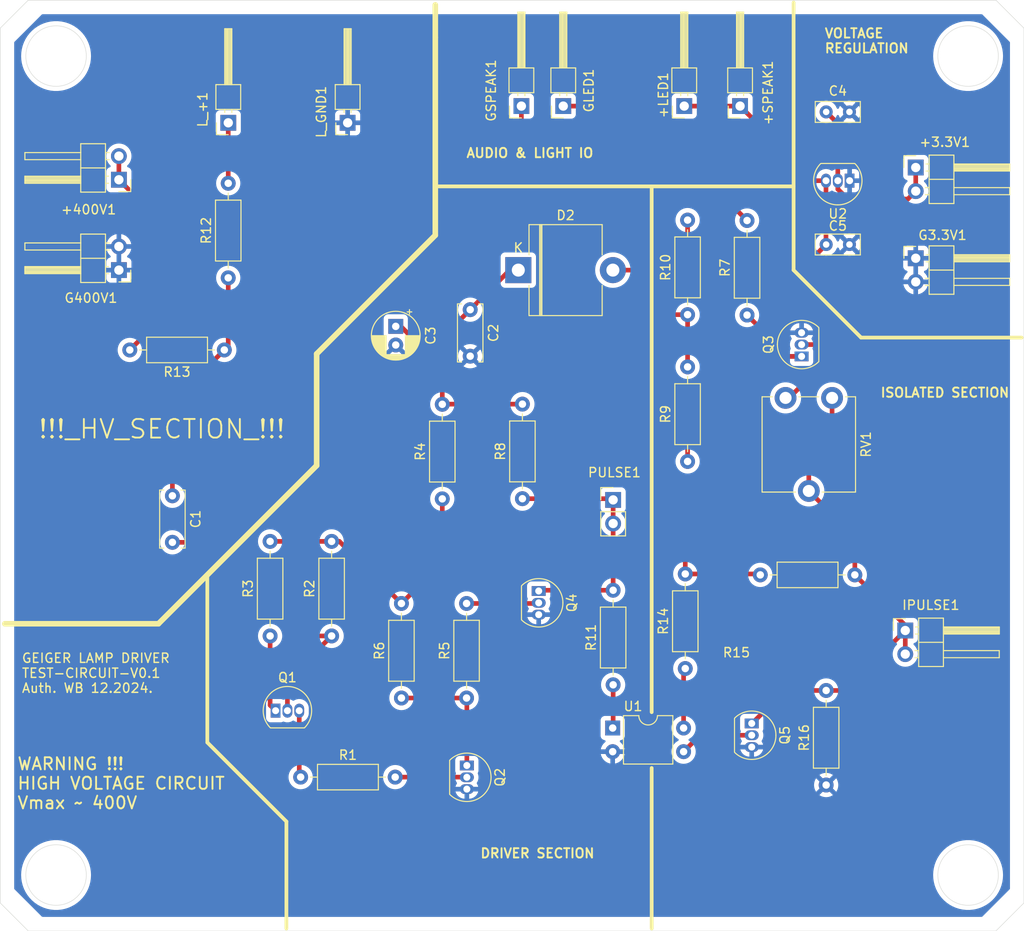
<source format=kicad_pcb>
(kicad_pcb (version 20240108) (generator "pcbnew") (generator_version "8.0")
  (layers (0 "F.Cu" signal) (31 "B.Cu" signal) (34 "B.Paste" user) (35 "F.Paste" user) (36 "B.SilkS" user "B.Silkscreen") (37 "F.SilkS" user "F.Silkscreen") (38 "B.Mask" user) (39 "F.Mask" user) (44 "Edge.Cuts" user))
  (net 0 "")
  (net 1 "+3.3V")
  (net 2 "+400V")
  (net 3 "Net-(C1-Pad1)")
  (net 4 "L_SIGNAL")
  (net 5 "GND")
  (net 6 "Net-(D2-K)")
  (net 7 "Net-(L_+1-Pin_1)")
  (net 8 "Net-(GSPEAK1-Pin_1)")
  (net 9 "Net-(Q1-C)")
  (net 10 "Net-(Q1-E)")
  (net 11 "Net-(Q2-C)")
  (net 12 "Net-(Q2-B)")
  (net 13 "Net-(Q3-C)")
  (net 14 "Net-(Q3-B)")
  (net 15 "Net-(Q4-B)")
  (net 16 "Net-(Q5-B)")
  (net 17 "Net-(R2-Pad2)")
  (net 18 "Net-(R11-Pad1)")
  (net 19 "Net-(R14-Pad1)")
  (net 20 "PULSE_ISO")
  (net 21 "PULSE")
  (net 22 "Net-(+3.3V1-Pin_1)")
  (net 23 "Net-(GLED1-Pin_1)")
  (footprint "Connector_PinHeader_2.54mm:PinHeader_1x01_P2.54mm_Horizontal" (layer "F.Cu") (at 190.08 30.67 90)
    (property "Reference" "L_GND1" (at 1.17 -2.83 -90) (layer "F.SilkS"))
    (property "Value" "Conn_01x01_Pin")
    (pad "1" thru_hole rect (at 0 0 90) (size 1.7 1.7) (drill 1) (layers "*.Cu" "*.Mask") (net 5 "GND"))
  )
  (footprint "Resistor_THT:R_Axial_DIN0207_L6.3mm_D2.5mm_P10.16mm_Horizontal" (layer "F.Cu") (at 195.86 92.48 90)
    (property "Reference" "R6" (at 5.08 -2.37 -90) (layer "F.SilkS"))
    (property "Value" "3,3k")
    (pad "1" thru_hole circle (at 0 0 90) (size 1.6 1.6) (drill 0.8) (layers "*.Cu" "*.Mask") (net 11 "Net-(Q2-C)"))
    (pad "2" thru_hole oval (at 10.16 0 90) (size 1.6 1.6) (drill 0.8) (layers "*.Cu" "*.Mask") (net 17 "Net-(R2-Pad2)"))
  )
  (footprint "Package_TO_SOT_THT:TO-92_Inline" (layer "F.Cu") (at 233.5 95.21 -90)
    (property "Reference" "Q5" (at 1.27 -3.56 90) (layer "F.SilkS"))
    (property "Value" "BC337")
    (pad "1" thru_hole rect (at 0 0 270) (size 1.05 1.5) (drill 0.75) (layers "*.Cu" "*.Mask") (net 20 "PULSE_ISO"))
    (pad "2" thru_hole oval (at 1.27 0 270) (size 1.05 1.5) (drill 0.75) (layers "*.Cu" "*.Mask") (net 16 "Net-(Q5-B)"))
    (pad "3" thru_hole oval (at 2.54 0 270) (size 1.05 1.5) (drill 0.75) (layers "*.Cu" "*.Mask") (net 5 "GND"))
  )
  (footprint "Resistor_THT:R_Axial_DIN0207_L6.3mm_D2.5mm_P10.16mm_Horizontal" (layer "F.Cu") (at 177.25 47.33 90)
    (property "Reference" "R12" (at 5.08 -2.37 -90) (layer "F.SilkS"))
    (property "Value" "1M")
    (pad "1" thru_hole circle (at 0 0 90) (size 1.6 1.6) (drill 0.8) (layers "*.Cu" "*.Mask") (net 3 "Net-(C1-Pad1)"))
    (pad "2" thru_hole oval (at 10.16 0 90) (size 1.6 1.6) (drill 0.8) (layers "*.Cu" "*.Mask") (net 7 "Net-(L_+1-Pin_1)"))
  )
  (footprint "Diode_THT:D_5KP_P10.16mm_Horizontal" (layer "F.Cu") (at 208.42 46.5)
    (property "Reference" "D2" (at 5.08 -5.885 0) (layer "F.SilkS"))
    (property "Value" "D_Schottky")
    (fp_text user "K" (at 0 -2.4 0) (layer "F.SilkS"))
    (pad "1" thru_hole rect (at 0 0) (size 2.8 2.8) (drill 1.4) (layers "*.Cu" "*.Mask") (net 6 "Net-(D2-K)"))
    (pad "2" thru_hole oval (at 10.16 0) (size 2.8 2.8) (drill 1.4) (layers "*.Cu" "*.Mask") (net 1 "+3.3V"))
  )
  (footprint "Resistor_THT:R_Axial_DIN0207_L6.3mm_D2.5mm_P10.16mm_Horizontal" (layer "F.Cu") (at 185.03 100.98)
    (property "Reference" "R1" (at 5.08 -2.37 0) (layer "F.SilkS"))
    (property "Value" "3,3k")
    (pad "1" thru_hole circle (at 0 0) (size 1.6 1.6) (drill 0.8) (layers "*.Cu" "*.Mask") (net 10 "Net-(Q1-E)"))
    (pad "2" thru_hole oval (at 10.16 0) (size 1.6 1.6) (drill 0.8) (layers "*.Cu" "*.Mask") (net 12 "Net-(Q2-B)"))
  )
  (footprint "Resistor_THT:R_Axial_DIN0207_L6.3mm_D2.5mm_P10.16mm_Horizontal" (layer "F.Cu") (at 208.86 71.06 90)
    (property "Reference" "R8" (at 5.08 -2.37 -90) (layer "F.SilkS"))
    (property "Value" "6,8k")
    (pad "1" thru_hole circle (at 0 0 90) (size 1.6 1.6) (drill 0.8) (layers "*.Cu" "*.Mask") (net 21 "PULSE"))
    (pad "2" thru_hole oval (at 10.16 0 90) (size 1.6 1.6) (drill 0.8) (layers "*.Cu" "*.Mask") (net 6 "Net-(D2-K)"))
  )
  (footprint "Capacitor_THT:C_Disc_D6.0mm_W2.5mm_P5.00mm" (layer "F.Cu") (at 203.25 50.75 -90)
    (property "Reference" "C2" (at 2.5 -2.5 90) (layer "F.SilkS"))
    (property "Value" "100n")
    (pad "1" thru_hole circle (at 0 0 270) (size 1.6 1.6) (drill 0.8) (layers "*.Cu" "*.Mask") (net 6 "Net-(D2-K)"))
    (pad "2" thru_hole circle (at 5 0 270) (size 1.6 1.6) (drill 0.8) (layers "*.Cu" "*.Mask") (net 5 "GND"))
  )
  (footprint "Connector_PinHeader_2.54mm:PinHeader_1x01_P2.54mm_Horizontal" (layer "F.Cu") (at 177.255 30.67 90)
    (property "Reference" "L_+1" (at 1.42 -2.755 -90) (layer "F.SilkS"))
    (property "Value" "Conn_01x01_Pin")
    (pad "1" thru_hole rect (at 0 0 90) (size 1.7 1.7) (drill 1) (layers "*.Cu" "*.Mask") (net 7 "Net-(L_+1-Pin_1)"))
  )
  (footprint "Capacitor_THT:C_Rect_L4.6mm_W2.0mm_P2.50mm_MKS02_FKP02" (layer "F.Cu") (at 241.5 43.75)
    (property "Reference" "C5" (at 1.25 -2 0) (layer "F.SilkS"))
    (property "Value" "1u")
    (pad "1" thru_hole circle (at 0 0) (size 1.4 1.4) (drill 0.7) (layers "*.Cu" "*.Mask") (net 1 "+3.3V"))
    (pad "2" thru_hole circle (at 2.5 0) (size 1.4 1.4) (drill 0.7) (layers "*.Cu" "*.Mask") (net 5 "GND"))
  )
  (footprint "Resistor_THT:R_Axial_DIN0207_L6.3mm_D2.5mm_P10.16mm_Horizontal" (layer "F.Cu") (at 244.58 79.25 180)
    (property "Reference" "R15" (at 12.72 -8.35 180) (layer "F.SilkS"))
    (property "Value" "100R")
    (pad "1" thru_hole circle (at 0 0 180) (size 1.6 1.6) (drill 0.8) (layers "*.Cu" "*.Mask") (net 20 "PULSE_ISO"))
    (pad "2" thru_hole oval (at 10.16 0 180) (size 1.6 1.6) (drill 0.8) (layers "*.Cu" "*.Mask") (net 1 "+3.3V"))
  )
  (footprint "Connector_PinHeader_2.54mm:PinHeader_1x01_P2.54mm_Horizontal" (layer "F.Cu") (at 213.25 28.875 90)
    (property "Reference" "GLED1" (at 1.67 2.75 -90) (layer "F.SilkS"))
    (property "Value" "Conn_01x01_Pin")
    (pad "1" thru_hole rect (at 0 0 90) (size 1.7 1.7) (drill 1) (layers "*.Cu" "*.Mask") (net 23 "Net-(GLED1-Pin_1)"))
  )
  (footprint "Resistor_THT:R_Axial_DIN0207_L6.3mm_D2.5mm_P10.16mm_Horizontal" (layer "F.Cu") (at 181.75 85.81 90)
    (property "Reference" "R3" (at 5.08 -2.37 -90) (layer "F.SilkS"))
    (property "Value" "3,3k")
    (pad "1" thru_hole circle (at 0 0 90) (size 1.6 1.6) (drill 0.8) (layers "*.Cu" "*.Mask") (net 9 "Net-(Q1-C)"))
    (pad "2" thru_hole oval (at 10.16 0 90) (size 1.6 1.6) (drill 0.8) (layers "*.Cu" "*.Mask") (net 17 "Net-(R2-Pad2)"))
  )
  (footprint "Resistor_THT:R_Axial_DIN0207_L6.3mm_D2.5mm_P10.16mm_Horizontal" (layer "F.Cu") (at 176.83 55.08 180)
    (property "Reference" "R13" (at 5.08 -2.37 180) (layer "F.SilkS"))
    (property "Value" "10M")
    (pad "1" thru_hole circle (at 0 0 180) (size 1.6 1.6) (drill 0.8) (layers "*.Cu" "*.Mask") (net 3 "Net-(C1-Pad1)"))
    (pad "2" thru_hole oval (at 10.16 0 180) (size 1.6 1.6) (drill 0.8) (layers "*.Cu" "*.Mask") (net 2 "+400V"))
  )
  (footprint "Connector_PinHeader_2.54mm:PinHeader_1x02_P2.54mm_Horizontal" (layer "F.Cu") (at 251.125 35.475)
    (property "Reference" "+3.3V1" (at 3.125 -2.725 0) (layer "F.SilkS"))
    (property "Value" "Conn_01x02_Pin")
    (pad "1" thru_hole rect (at 0 0) (size 1.7 1.7) (drill 1) (layers "*.Cu" "*.Mask") (net 22 "Net-(+3.3V1-Pin_1)"))
    (pad "2" thru_hole oval (at 0 2.54) (size 1.7 1.7) (drill 1) (layers "*.Cu" "*.Mask") (net 22 "Net-(+3.3V1-Pin_1)"))
  )
  (footprint "Connector_PinHeader_2.54mm:PinHeader_1x02_P2.54mm_Horizontal" (layer "F.Cu") (at 165.5 36.79 180)
    (property "Reference" "+400V1" (at 3.25 -3.21 180) (layer "F.SilkS"))
    (property "Value" "Conn_01x02_Pin")
    (pad "1" thru_hole rect (at 0 0 180) (size 1.7 1.7) (drill 1) (layers "*.Cu" "*.Mask") (net 2 "+400V"))
    (pad "2" thru_hole oval (at 0 2.54 180) (size 1.7 1.7) (drill 1) (layers "*.Cu" "*.Mask") (net 2 "+400V"))
  )
  (footprint "Connector_PinHeader_2.54mm:PinHeader_1x02_P2.54mm_Horizontal" (layer "F.Cu") (at 165.5 46.5 180)
    (property "Reference" "G400V1" (at 3 -3 180) (layer "F.SilkS"))
    (property "Value" "Conn_01x02_Pin")
    (pad "1" thru_hole rect (at 0 0 180) (size 1.7 1.7) (drill 1) (layers "*.Cu" "*.Mask") (net 5 "GND"))
    (pad "2" thru_hole oval (at 0 2.54 180) (size 1.7 1.7) (drill 1) (layers "*.Cu" "*.Mask") (net 5 "GND"))
  )
  (footprint "Connector_PinHeader_2.54mm:PinHeader_1x02_P2.54mm_Vertical" (layer "F.Cu") (at 218.61 71.19)
    (property "Reference" "PULSE1" (at 0.14 -2.94 0) (layer "F.SilkS"))
    (property "Value" "Conn_01x02_Pin")
    (pad "1" thru_hole rect (at 0 0) (size 1.7 1.7) (drill 1) (layers "*.Cu" "*.Mask") (net 21 "PULSE"))
    (pad "2" thru_hole oval (at 0 2.54) (size 1.7 1.7) (drill 1) (layers "*.Cu" "*.Mask") (net 21 "PULSE"))
  )
  (footprint "Resistor_THT:R_Axial_DIN0207_L6.3mm_D2.5mm_P10.16mm_Horizontal" (layer "F.Cu") (at 188.36 85.81 90)
    (property "Reference" "R2" (at 5.08 -2.37 -90) (layer "F.SilkS"))
    (property "Value" "22k")
    (pad "1" thru_hole circle (at 0 0 90) (size 1.6 1.6) (drill 0.8) (layers "*.Cu" "*.Mask") (net 4 "L_SIGNAL"))
    (pad "2" thru_hole oval (at 10.16 0 90) (size 1.6 1.6) (drill 0.8) (layers "*.Cu" "*.Mask") (net 17 "Net-(R2-Pad2)"))
  )
  (footprint "Connector_PinHeader_2.54mm:PinHeader_1x01_P2.54mm_Horizontal" (layer "F.Cu") (at 232.25 28.875 90)
    (property "Reference" "+SPEAK1" (at 1.42 3 -90) (layer "F.SilkS"))
    (property "Value" "Conn_01x01_Pin")
    (pad "1" thru_hole rect (at 0 0 90) (size 1.7 1.7) (drill 1) (layers "*.Cu" "*.Mask") (net 1 "+3.3V"))
  )
  (footprint "Connector_PinHeader_2.54mm:PinHeader_1x01_P2.54mm_Horizontal" (layer "F.Cu") (at 208.75 28.875 90)
    (property "Reference" "GSPEAK1" (at 1.67 -3.25 -90) (layer "F.SilkS"))
    (property "Value" "Conn_01x01_Pin")
    (pad "1" thru_hole rect (at 0 0 90) (size 1.7 1.7) (drill 1) (layers "*.Cu" "*.Mask") (net 8 "Net-(GSPEAK1-Pin_1)"))
  )
  (footprint "Package_TO_SOT_THT:TO-92_Inline" (layer "F.Cu") (at 210.61 80.98 -90)
    (property "Reference" "Q4" (at 1.27 -3.56 90) (layer "F.SilkS"))
    (property "Value" "BC337")
    (pad "1" thru_hole rect (at 0 0 270) (size 1.05 1.5) (drill 0.75) (layers "*.Cu" "*.Mask") (net 21 "PULSE"))
    (pad "2" thru_hole oval (at 1.27 0 270) (size 1.05 1.5) (drill 0.75) (layers "*.Cu" "*.Mask") (net 15 "Net-(Q4-B)"))
    (pad "3" thru_hole oval (at 2.54 0 270) (size 1.05 1.5) (drill 0.75) (layers "*.Cu" "*.Mask") (net 5 "GND"))
  )
  (footprint "Resistor_THT:R_Axial_DIN0207_L6.3mm_D2.5mm_P10.16mm_Horizontal" (layer "F.Cu") (at 233 51.33 90)
    (property "Reference" "R7" (at 5.08 -2.37 -90) (layer "F.SilkS"))
    (property "Value" "1k_test")
    (pad "1" thru_hole circle (at 0 0 90) (size 1.6 1.6) (drill 0.8) (layers "*.Cu" "*.Mask") (net 13 "Net-(Q3-C)"))
    (pad "2" thru_hole oval (at 10.16 0 90) (size 1.6 1.6) (drill 0.8) (layers "*.Cu" "*.Mask") (net 23 "Net-(GLED1-Pin_1)"))
  )
  (footprint "Capacitor_THT:C_Rect_L4.6mm_W2.0mm_P2.50mm_MKS02_FKP02" (layer "F.Cu") (at 241.5 29.5)
    (property "Reference" "C4" (at 1.25 -2.25 0) (layer "F.SilkS"))
    (property "Value" "1u")
    (pad "1" thru_hole circle (at 0 0) (size 1.4 1.4) (drill 0.7) (layers "*.Cu" "*.Mask") (net 22 "Net-(+3.3V1-Pin_1)"))
    (pad "2" thru_hole circle (at 2.5 0) (size 1.4 1.4) (drill 0.7) (layers "*.Cu" "*.Mask") (net 5 "GND"))
  )
  (footprint "Resistor_THT:R_Axial_DIN0207_L6.3mm_D2.5mm_P10.16mm_Horizontal" (layer "F.Cu") (at 226.61 51.285 90)
    (property "Reference" "R10" (at 5.08 -2.37 -90) (layer "F.SilkS"))
    (property "Value" "100R")
    (pad "1" thru_hole circle (at 0 0 90) (size 1.6 1.6) (drill 0.8) (layers "*.Cu" "*.Mask") (net 8 "Net-(GSPEAK1-Pin_1)"))
    (pad "2" thru_hole oval (at 10.16 0 90) (size 1.6 1.6) (drill 0.8) (layers "*.Cu" "*.Mask") (net 1 "+3.3V"))
  )
  (footprint "Package_TO_SOT_THT:TO-92_Inline" (layer "F.Cu") (at 238.86 55.77 90)
    (property "Reference" "Q3" (at 1.27 -3.56 -90) (layer "F.SilkS"))
    (property "Value" "BC337")
    (pad "1" thru_hole rect (at 0 0 90) (size 1.05 1.5) (drill 0.75) (layers "*.Cu" "*.Mask") (net 13 "Net-(Q3-C)"))
    (pad "2" thru_hole oval (at 1.27 0 90) (size 1.05 1.5) (drill 0.75) (layers "*.Cu" "*.Mask") (net 14 "Net-(Q3-B)"))
    (pad "3" thru_hole oval (at 2.54 0 90) (size 1.05 1.5) (drill 0.75) (layers "*.Cu" "*.Mask") (net 5 "GND"))
  )
  (footprint "Package_TO_SOT_THT:TO-92_Inline" (layer "F.Cu") (at 244.02 36.89 180)
    (property "Reference" "U2" (at 1.27 -3.56 180) (layer "F.SilkS"))
    (property "Value" "MCP1700x-120xxTO")
    (pad "1" thru_hole rect (at 0 0 180) (size 1.05 1.5) (drill 0.75) (layers "*.Cu" "*.Mask") (net 5 "GND"))
    (pad "2" thru_hole oval (at 1.27 0 180) (size 1.05 1.5) (drill 0.75) (layers "*.Cu" "*.Mask") (net 22 "Net-(+3.3V1-Pin_1)"))
    (pad "3" thru_hole oval (at 2.54 0 180) (size 1.05 1.5) (drill 0.75) (layers "*.Cu" "*.Mask") (net 1 "+3.3V"))
  )
  (footprint "Connector_PinHeader_2.54mm:PinHeader_1x01_P2.54mm_Horizontal" (layer "F.Cu") (at 226.25 28.875 90)
    (property "Reference" "+LED1" (at 1.17 -2.25 -90) (layer "F.SilkS"))
    (property "Value" "Conn_01x01_Pin")
    (pad "1" thru_hole rect (at 0 0 90) (size 1.7 1.7) (drill 1) (layers "*.Cu" "*.Mask") (net 1 "+3.3V"))
  )
  (footprint "Connector_PinHeader_2.54mm:PinHeader_1x02_P2.54mm_Horizontal" (layer "F.Cu") (at 250 85.225)
    (property "Reference" "IPULSE1" (at 2.75 -2.725 0) (layer "F.SilkS"))
    (property "Value" "Conn_01x02_Pin")
    (pad "1" thru_hole rect (at 0 0) (size 1.7 1.7) (drill 1) (layers "*.Cu" "*.Mask") (net 20 "PULSE_ISO"))
    (pad "2" thru_hole oval (at 0 2.54) (size 1.7 1.7) (drill 1) (layers "*.Cu" "*.Mask") (net 20 "PULSE_ISO"))
  )
  (footprint "Connector_PinHeader_2.54mm:PinHeader_1x02_P2.54mm_Horizontal" (layer "F.Cu") (at 251.125 45.225)
    (property "Reference" "G3.3V1" (at 2.875 -2.475 0) (layer "F.SilkS"))
    (property "Value" "Conn_01x02_Pin")
    (pad "1" thru_hole rect (at 0 0) (size 1.7 1.7) (drill 1) (layers "*.Cu" "*.Mask") (net 5 "GND"))
    (pad "2" thru_hole oval (at 0 2.54) (size 1.7 1.7) (drill 1) (layers "*.Cu" "*.Mask") (net 5 "GND"))
  )
  (footprint "Package_TO_SOT_THT:TO-92_Inline" (layer "F.Cu") (at 182.34 93.84)
    (property "Reference" "Q1" (at 1.27 -3.56 0) (layer "F.SilkS"))
    (property "Value" "BC337")
    (pad "1" thru_hole rect (at 0 0) (size 1.05 1.5) (drill 0.75) (layers "*.Cu" "*.Mask") (net 9 "Net-(Q1-C)"))
    (pad "2" thru_hole oval (at 1.27 0) (size 1.05 1.5) (drill 0.75) (layers "*.Cu" "*.Mask") (net 4 "L_SIGNAL"))
    (pad "3" thru_hole oval (at 2.54 0) (size 1.05 1.5) (drill 0.75) (layers "*.Cu" "*.Mask") (net 10 "Net-(Q1-E)"))
  )
  (footprint "Potentiometer_THT:Potentiometer_ACP_CA9-V10_Vertical" (layer "F.Cu") (at 237.135 60.23 -90)
    (property "Reference" "RV1" (at 5 -8.65 90) (layer "F.SilkS"))
    (property "Value" "5k")
    (pad "1" thru_hole circle (at 0 0 270) (size 2.34 2.34) (drill 1.3) (layers "*.Cu" "*.Mask") (net 14 "Net-(Q3-B)"))
    (pad "2" thru_hole circle (at 10 -2.5 270) (size 2.34 2.34) (drill 1.3) (layers "*.Cu" "*.Mask") (net 20 "PULSE_ISO"))
    (pad "3" thru_hole circle (at 0 -5 270) (size 2.34 2.34) (drill 1.3) (layers "*.Cu" "*.Mask") (net 20 "PULSE_ISO"))
  )
  (footprint "Resistor_THT:R_Axial_DIN0207_L6.3mm_D2.5mm_P10.16mm_Horizontal" (layer "F.Cu") (at 218.61 91.06 90)
    (property "Reference" "R11" (at 5.08 -2.37 -90) (layer "F.SilkS"))
    (property "Value" "1k_TEST")
    (pad "1" thru_hole circle (at 0 0 90) (size 1.6 1.6) (drill 0.8) (layers "*.Cu" "*.Mask") (net 18 "Net-(R11-Pad1)"))
    (pad "2" thru_hole oval (at 10.16 0 90) (size 1.6 1.6) (drill 0.8) (layers "*.Cu" "*.Mask") (net 21 "PULSE"))
  )
  (footprint "Resistor_THT:R_Axial_DIN0207_L6.3mm_D2.5mm_P10.16mm_Horizontal" (layer "F.Cu") (at 241.5 101.83 90)
    (property "Reference" "R16" (at 5.08 -2.37 -90) (layer "F.SilkS"))
    (property "Value" "1k")
    (pad "1" thru_hole circle (at 0 0 90) (size 1.6 1.6) (drill 0.8) (layers "*.Cu" "*.Mask") (net 5 "GND"))
    (pad "2" thru_hole oval (at 10.16 0 90) (size 1.6 1.6) (drill 0.8) (layers "*.Cu" "*.Mask") (net 20 "PULSE_ISO"))
  )
  (footprint "Capacitor_THT:C_Disc_D6.0mm_W2.5mm_P5.00mm" (layer "F.Cu") (at 171.25 70.75 -90)
    (property "Reference" "C1" (at 2.5 -2.5 90) (layer "F.SilkS"))
    (property "Value" "200p")
    (pad "1" thru_hole circle (at 0 0 270) (size 1.6 1.6) (drill 0.8) (layers "*.Cu" "*.Mask") (net 3 "Net-(C1-Pad1)"))
    (pad "2" thru_hole circle (at 5 0 270) (size 1.6 1.6) (drill 0.8) (layers "*.Cu" "*.Mask") (net 4 "L_SIGNAL"))
  )
  (footprint "Package_TO_SOT_THT:TO-92_Inline" (layer "F.Cu") (at 202.89 99.73 -90)
    (property "Reference" "Q2" (at 1.27 -3.56 90) (layer "F.SilkS"))
    (property "Value" "BC337")
    (pad "1" thru_hole rect (at 0 0 270) (size 1.05 1.5) (drill 0.75) (layers "*.Cu" "*.Mask") (net 11 "Net-(Q2-C)"))
    (pad "2" thru_hole oval (at 1.27 0 270) (size 1.05 1.5) (drill 0.75) (layers "*.Cu" "*.Mask") (net 12 "Net-(Q2-B)"))
    (pad "3" thru_hole oval (at 2.54 0 270) (size 1.05 1.5) (drill 0.75) (layers "*.Cu" "*.Mask") (net 5 "GND"))
  )
  (footprint "Capacitor_THT:CP_Radial_D5.0mm_P2.00mm" (layer "F.Cu") (at 195.25 52.544888 -90)
    (property "Reference" "C3" (at 1 -3.75 90) (layer "F.SilkS"))
    (property "Value" "100u")
    (pad "1" thru_hole rect (at 0 0 270) (size 1.6 1.6) (drill 0.8) (layers "*.Cu" "*.Mask") (net 6 "Net-(D2-K)"))
    (pad "2" thru_hole circle (at 2 0 270) (size 1.6 1.6) (drill 0.8) (layers "*.Cu" "*.Mask") (net 5 "GND"))
  )
  (footprint "Resistor_THT:R_Axial_DIN0207_L6.3mm_D2.5mm_P10.16mm_Horizontal" (layer "F.Cu") (at 226.61 67.06 90)
    (property "Reference" "R9" (at 5.08 -2.37 -90) (layer "F.SilkS"))
    (property "Value" "100R")
    (pad "1" thru_hole circle (at 0 0 90) (size 1.6 1.6) (drill 0.8) (layers "*.Cu" "*.Mask") (net 13 "Net-(Q3-C)"))
    (pad "2" thru_hole oval (at 10.16 0 90) (size 1.6 1.6) (drill 0.8) (layers "*.Cu" "*.Mask") (net 8 "Net-(GSPEAK1-Pin_1)"))
  )
  (footprint "Resistor_THT:R_Axial_DIN0207_L6.3mm_D2.5mm_P10.16mm_Horizontal" (layer "F.Cu") (at 200.25 71.08 90)
    (property "Reference" "R4" (at 5.08 -2.37 -90) (layer "F.SilkS"))
    (property "Value" "4,7k")
    (pad "1" thru_hole circle (at 0 0 90) (size 1.6 1.6) (drill 0.8) (layers "*.Cu" "*.Mask") (net 17 "Net-(R2-Pad2)"))
    (pad "2" thru_hole oval (at 10.16 0 90) (size 1.6 1.6) (drill 0.8) (layers "*.Cu" "*.Mask") (net 6 "Net-(D2-K)"))
  )
  (footprint "Package_DIP:DIP-4_W7.62mm" (layer "F.Cu") (at 218.56 95.705)
    (property "Reference" "U1" (at 2.19 -2.33 0) (layer "F.SilkS"))
    (property "Value" "LTV-817")
    (pad "1" thru_hole rect (at 0 0) (size 1.6 1.6) (drill 0.8) (layers "*.Cu" "*.Mask") (net 18 "Net-(R11-Pad1)"))
    (pad "2" thru_hole oval (at 0 2.54) (size 1.6 1.6) (drill 0.8) (layers "*.Cu" "*.Mask") (net 5 "GND"))
    (pad "3" thru_hole oval (at 7.62 2.54) (size 1.6 1.6) (drill 0.8) (layers "*.Cu" "*.Mask") (net 16 "Net-(Q5-B)"))
    (pad "4" thru_hole oval (at 7.62 0) (size 1.6 1.6) (drill 0.8) (layers "*.Cu" "*.Mask") (net 19 "Net-(R14-Pad1)"))
  )
  (footprint "Resistor_THT:R_Axial_DIN0207_L6.3mm_D2.5mm_P10.16mm_Horizontal" (layer "F.Cu") (at 202.86 92.48 90)
    (property "Reference" "R5" (at 5.08 -2.37 -90) (layer "F.SilkS"))
    (property "Value" "10k")
    (pad "1" thru_hole circle (at 0 0 90) (size 1.6 1.6) (drill 0.8) (layers "*.Cu" "*.Mask") (net 11 "Net-(Q2-C)"))
    (pad "2" thru_hole oval (at 10.16 0 90) (size 1.6 1.6) (drill 0.8) (layers "*.Cu" "*.Mask") (net 15 "Net-(Q4-B)"))
  )
  (footprint "Resistor_THT:R_Axial_DIN0207_L6.3mm_D2.5mm_P10.16mm_Horizontal" (layer "F.Cu") (at 226.36 89.31 90)
    (property "Reference" "R14" (at 5.08 -2.37 -90) (layer "F.SilkS"))
    (property "Value" "100R")
    (pad "1" thru_hole circle (at 0 0 90) (size 1.6 1.6) (drill 0.8) (layers "*.Cu" "*.Mask") (net 19 "Net-(R14-Pad1)"))
    (pad "2" thru_hole oval (at 10.16 0 90) (size 1.6 1.6) (drill 0.8) (layers "*.Cu" "*.Mask") (net 1 "+3.3V"))
  )
  (gr_line (start 238 37.5) (end 238 46.5) (stroke (width 0.4)) (layer "F.SilkS"))
  (gr_line (start 169.75 84.5) (end 153.25 84.5) (stroke (width 0.6)) (layer "F.SilkS"))
  (gr_line (start 199.5 21.5) (end 199.5 18) (stroke (width 0.6)) (layer "F.SilkS"))
  (gr_line (start 199.75 37.5) (end 238 37.5) (stroke (width 0.4)) (layer "F.SilkS"))
  (gr_line (start 245.25 53.75) (end 262.5 53.75) (stroke (width 0.4)) (layer "F.SilkS"))
  (gr_line (start 183.5 105.75) (end 183.5 117.25) (stroke (width 0.4)) (layer "F.SilkS"))
  (gr_line (start 199.5 42.75) (end 186.75 55.5) (stroke (width 0.6)) (layer "F.SilkS"))
  (gr_line (start 186.75 67.5) (end 169.75 84.5) (stroke (width 0.6)) (layer "F.SilkS"))
  (gr_line (start 175 79.25) (end 175 97.25) (stroke (width 0.4)) (layer "F.SilkS"))
  (gr_line (start 199.5 21.5) (end 199.5 42.75) (stroke (width 0.6)) (layer "F.SilkS"))
  (gr_line (start 238 37.5) (end 238 17.75) (stroke (width 0.4)) (layer "F.SilkS"))
  (gr_line (start 238 46.5) (end 245.25 53.75) (stroke (width 0.4)) (layer "F.SilkS"))
  (gr_line (start 222.75 37.5) (end 222.75 94) (stroke (width 0.4)) (layer "F.SilkS"))
  (gr_line (start 175 97.25) (end 183.5 105.75) (stroke (width 0.4)) (layer "F.SilkS"))
  (gr_line (start 222.75 100) (end 222.75 117.25) (stroke (width 0.4)) (layer "F.SilkS"))
  (gr_line (start 186.75 55.5) (end 186.75 67.5) (stroke (width 0.6)) (layer "F.SilkS"))
  (gr_line (start 152.75 20.5) (end 155.75 17.5) (stroke (width 0.05)) (layer "Edge.Cuts"))
  (gr_circle (center 158.75 111.5) (end 162 111.5) (stroke (width 0.05)) (fill none) (layer "Edge.Cuts"))
  (gr_line (start 152.75 114.5) (end 152.75 20.5) (stroke (width 0.05)) (layer "Edge.Cuts"))
  (gr_circle (center 256.75 23.5) (end 256.75 26.75) (stroke (width 0.05)) (fill none) (layer "Edge.Cuts"))
  (gr_line (start 155.75 117.5) (end 259.75 117.5) (stroke (width 0.05)) (layer "Edge.Cuts"))
  (gr_circle (center 158.75 23.5) (end 162 23.5) (stroke (width 0.05)) (fill none) (layer "Edge.Cuts"))
  (gr_line (start 155.75 17.5) (end 259.75 17.5) (stroke (width 0.05)) (layer "Edge.Cuts"))
  (gr_line (start 152.75 114.5) (end 155.75 117.5) (stroke (width 0.05)) (layer "Edge.Cuts"))
  (gr_circle (center 256.75 111.5) (end 253.5 111.5) (stroke (width 0.05)) (fill none) (layer "Edge.Cuts"))
  (gr_line (start 259.75 17.5) (end 262.75 20.5) (stroke (width 0.05)) (layer "Edge.Cuts"))
  (gr_line (start 262.75 114.5) (end 262.75 20.5) (stroke (width 0.05)) (layer "Edge.Cuts"))
  (gr_line (start 259.75 117.5) (end 262.75 114.5) (stroke (width 0.05)) (layer "Edge.Cuts"))
  (gr_text "DRIVER SECTION" (at 204.25 109.75 0) (layer "F.SilkS") (effects (font (size 1 1) (thickness 0.2) (bold yes)) (justify left bottom)))
  (gr_text "AUDIO & LIGHT IO" (at 202.75 34.5 0) (layer "F.SilkS") (effects (font (size 1 1) (thickness 0.2) (bold yes)) (justify left bottom)))
  (gr_text "ISOLATED SECTION" (at 247.25 60.25 0) (layer "F.SilkS") (effects (font (size 1 1) (thickness 0.2) (bold yes)) (justify left bottom)))
  (gr_text "!!!_HV_SECTION_!!!" (at 156.75 64.75 0) (layer "F.SilkS") (effects (font (size 2 2) (thickness 0.2) (bold yes)) (justify left bottom)))
  (gr_text "WARNING !!!\nHIGH VOLTAGE CIRCUIT\nVmax ~ 400V" (at 154.5 104.5 0) (layer "F.SilkS") (effects (font (size 1.3 1.3) (thickness 0.2) (bold yes)) (justify left bottom)))
  (gr_text "GEIGER LAMP DRIVER\nTEST-CIRCUIT-V0.1\nAuth. WB 12.2024." (at 155 92 0) (layer "F.SilkS") (effects (font (size 1 1)) (justify left bottom)))
  (gr_text "VOLTAGE\nREGULATION" (at 241.25 23.25 0) (layer "F.SilkS") (effects (font (size 1 1) (thickness 0.2) (bold yes)) (justify left bottom)))
  (segment (start 224.25 63.5) (end 229.5 58.25) (width 0.5) (layer "F.Cu") (net 1))
  (segment (start 240.265 36.89) (end 241.48 36.89) (width 0.5) (layer "F.Cu") (net 1))
  (segment (start 234.32 79.15) (end 234.42 79.25) (width 0.5) (layer "F.Cu") (net 1))
  (segment (start 229.5 58.25) (end 229.5 49) (width 0.5) (layer "F.Cu") (net 1))
  (segment (start 238.75 46.5) (end 241.5 43.75) (width 0.5) (layer "F.Cu") (net 1))
  (segment (start 232.75 46.5) (end 238.75 46.5) (width 0.5) (layer "F.Cu") (net 1))
  (segment (start 232 46.5) (end 232.75 46.5) (width 0.5) (layer "F.Cu") (net 1))
  (segment (start 226.61 41.125) (end 226.61 43.61) (width 0.5) (layer "F.Cu") (net 1))
  (segment (start 229.5 49) (end 232 46.5) (width 0.5) (layer "F.Cu") (net 1))
  (segment (start 241.48 36.89) (end 241.48 43.73) (width 0.5) (layer "F.Cu") (net 1))
  (segment (start 226.36 79.15) (end 234.32 79.15) (width 0.5) (layer "F.Cu") (net 1))
  (segment (start 226.36 73.86) (end 224.25 71.75) (width 0.5) (layer "F.Cu") (net 1))
  (segment (start 226.36 79.15) (end 226.36 73.86) (width 0.5) (layer "F.Cu") (net 1))
  (segment (start 232.25 28.875) (end 240.265 36.89) (width 0.5) (layer "F.Cu") (net 1))
  (segment (start 218.58 46.5) (end 229.5 46.5) (width 0.5) (layer "F.Cu") (net 1))
  (segment (start 224.25 71.75) (end 224.25 63.5) (width 0.5) (layer "F.Cu") (net 1))
  (segment (start 229.5 46.5) (end 232.75 46.5) (width 0.5) (layer "F.Cu") (net 1))
  (segment (start 241.48 43.73) (end 241.5 43.75) (width 0.5) (layer "F.Cu") (net 1))
  (segment (start 226.25 28.875) (end 232.25 28.875) (width 0.5) (layer "F.Cu") (net 1))
  (segment (start 226.61 43.61) (end 229.5 46.5) (width 0.5) (layer "F.Cu") (net 1))
  (segment (start 166.67 55.08) (end 169.75 52) (width 0.5) (layer "F.Cu") (net 2))
  (segment (start 169.75 41.04) (end 165.5 36.79) (width 0.5) (layer "F.Cu") (net 2))
  (segment (start 165.5 34.25) (end 165.5 36.79) (width 0.5) (layer "F.Cu") (net 2))
  (segment (start 169.75 52) (end 169.75 41.04) (width 0.5) (layer "F.Cu") (net 2))
  (segment (start 171.25 60.66) (end 176.83 55.08) (width 0.5) (layer "F.Cu") (net 3))
  (segment (start 177.25 47.33) (end 177.25 54.66) (width 0.5) (layer "F.Cu") (net 3))
  (segment (start 177.25 54.66) (end 176.83 55.08) (width 0.5) (layer "F.Cu") (net 3))
  (segment (start 171.25 70.75) (end 171.25 60.66) (width 0.5) (layer "F.Cu") (net 3))
  (segment (start 188.36 85.81) (end 183.61 90.56) (width 0.5) (layer "F.Cu") (net 4))
  (segment (start 171.25 75.75) (end 176.25 75.75) (width 0.5) (layer "F.Cu") (net 4))
  (segment (start 176.25 75.75) (end 186.31 85.81) (width 0.5) (layer "F.Cu") (net 4))
  (segment (start 183.61 90.56) (end 183.61 93.84) (width 0.5) (layer "F.Cu") (net 4))
  (segment (start 186.31 85.81) (end 188.36 85.81) (width 0.5) (layer "F.Cu") (net 4))
  (segment (start 200.25 53.75) (end 200.25 57) (width 0.5) (layer "F.Cu") (net 6))
  (segment (start 200.27 60.9) (end 200.25 60.92) (width 0.5) (layer "F.Cu") (net 6))
  (segment (start 200.25 53.75) (end 197 53.75) (width 0.5) (layer "F.Cu") (net 6))
  (segment (start 208.42 46.5) (end 207.5 46.5) (width 0.5) (layer "F.Cu") (net 6))
  (segment (start 195.794888 52.544888) (end 195.25 52.544888) (width 0.5) (layer "F.Cu") (net 6))
  (segment (start 196.5 53.25) (end 195.794888 52.544888) (width 0.5) (layer "F.Cu") (net 6))
  (segment (start 200.25 60.92) (end 200.25 57) (width 0.5) (layer "F.Cu") (net 6))
  (segment (start 203.25 50.75) (end 200.25 53.75) (width 0.5) (layer "F.Cu") (net 6))
  (segment (start 208.86 60.9) (end 200.27 60.9) (width 0.5) (layer "F.Cu") (net 6))
  (segment (start 207.5 46.5) (end 203.25 50.75) (width 0.5) (layer "F.Cu") (net 6))
  (segment (start 197 53.75) (end 196.5 53.25) (width 0.5) (layer "F.Cu") (net 6))
  (segment (start 177.25 37.17) (end 177.25 30.675) (width 0.5) (layer "F.Cu") (net 7))
  (segment (start 177.25 30.675) (end 177.255 30.67) (width 0.5) (layer "F.Cu") (net 7))
  (segment (start 213.75 46.75) (end 213.75 38.25) (width 0.5) (layer "F.Cu") (net 8))
  (segment (start 218.285 51.285) (end 213.75 46.75) (width 0.5) (layer "F.Cu") (net 8))
  (segment (start 226.61 51.285) (end 226.61 56.9) (width 0.5) (layer "F.Cu") (net 8))
  (segment (start 226.61 51.285) (end 218.285 51.285) (width 0.5) (layer "F.Cu") (net 8))
  (segment (start 213.75 38.25) (end 208.75 33.25) (width 0.5) (layer "F.Cu") (net 8))
  (segment (start 208.75 33.25) (end 208.75 28.875) (width 0.5) (layer "F.Cu") (net 8))
  (segment (start 181.75 85.81) (end 181.75 93.25) (width 0.5) (layer "F.Cu") (net 9))
  (segment (start 181.75 93.25) (end 182.34 93.84) (width 0.5) (layer "F.Cu") (net 9))
  (segment (start 184.88 93.84) (end 184.88 100.83) (width 0.5) (layer "F.Cu") (net 10))
  (segment (start 184.88 100.83) (end 185.03 100.98) (width 0.5) (layer "F.Cu") (net 10))
  (segment (start 202.89 99.73) (end 202.89 92.51) (width 0.5) (layer "F.Cu") (net 11))
  (segment (start 195.86 92.48) (end 202.86 92.48) (width 0.5) (layer "F.Cu") (net 11))
  (segment (start 202.89 92.51) (end 202.86 92.48) (width 0.5) (layer "F.Cu") (net 11))
  (segment (start 202.87 100.98) (end 202.89 101) (width 0.5) (layer "F.Cu") (net 12))
  (segment (start 195.19 100.98) (end 202.87 100.98) (width 0.5) (layer "F.Cu") (net 12))
  (segment (start 202.84 100.98) (end 202.86 101) (width 0.5) (layer "F.Cu") (net 12))
  (segment (start 226.61 67.06) (end 226.61 65.14) (width 0.5) (layer "F.Cu") (net 13))
  (segment (start 235.98 55.77) (end 238.86 55.77) (width 0.5) (layer "F.Cu") (net 13))
  (segment (start 237.44 55.77) (end 238.86 55.77) (width 0.5) (layer "F.Cu") (net 13))
  (segment (start 233 51.33) (end 237.44 55.77) (width 0.5) (layer "F.Cu") (net 13))
  (segment (start 226.61 65.14) (end 235.98 55.77) (width 0.5) (layer "F.Cu") (net 13))
  (segment (start 237.52 60.23) (end 237.135 60.23) (width 0.5) (layer "F.Cu") (net 14))
  (segment (start 240.75 57) (end 237.52 60.23) (width 0.5) (layer "F.Cu") (net 14))
  (segment (start 240.75 55) (end 240.75 57) (width 0.5) (layer "F.Cu") (net 14))
  (segment (start 240.25 54.5) (end 240.75 55) (width 0.5) (layer "F.Cu") (net 14))
  (segment (start 238.86 54.5) (end 240.25 54.5) (width 0.5) (layer "F.Cu") (net 14))
  (segment (start 202.86 82.32) (end 210.54 82.32) (width 0.5) (layer "F.Cu") (net 15))
  (segment (start 210.54 82.32) (end 210.61 82.25) (width 0.5) (layer "F.Cu") (net 15))
  (segment (start 233.5 96.48) (end 227.945 96.48) (width 0.5) (layer "F.Cu") (net 16))
  (segment (start 227.945 96.48) (end 226.18 98.245) (width 0.5) (layer "F.Cu") (net 16))
  (segment (start 188.36 75.65) (end 181.75 75.65) (width 0.5) (layer "F.Cu") (net 17))
  (segment (start 195.86 82.32) (end 189.19 75.65) (width 0.5) (layer "F.Cu") (net 17))
  (segment (start 189.19 75.65) (end 188.36 75.65) (width 0.5) (layer "F.Cu") (net 17))
  (segment (start 200.25 77.93) (end 195.86 82.32) (width 0.5) (layer "F.Cu") (net 17))
  (segment (start 200.25 71.08) (end 200.25 77.93) (width 0.5) (layer "F.Cu") (net 17))
  (segment (start 218.61 95.655) (end 218.56 95.705) (width 0.5) (layer "F.Cu") (net 18))
  (segment (start 218.61 91.06) (end 218.61 95.655) (width 0.5) (layer "F.Cu") (net 18))
  (segment (start 226.18 95.705) (end 226.18 89.49) (width 0.5) (layer "F.Cu") (net 19))
  (segment (start 226.18 89.49) (end 226.36 89.31) (width 0.5) (layer "F.Cu") (net 19))
  (segment (start 244.58 79.25) (end 244.58 75.175) (width 0.5) (layer "F.Cu") (net 20))
  (segment (start 244.58 79.25) (end 250 84.67) (width 0.5) (layer "F.Cu") (net 20))
  (segment (start 243.555 91.67) (end 250 85.225) (width 0.5) (layer "F.Cu") (net 20))
  (segment (start 250 84.67) (end 250 85.225) (width 0.5) (layer "F.Cu") (net 20))
  (segment (start 242.135 60.23) (end 242.135 64.615) (width 0.5) (layer "F.Cu") (net 20))
  (segment (start 233.54 95.21) (end 233.5 95.21) (width 0.5) (layer "F.Cu") (net 20))
  (segment (start 239.635 67.115) (end 239.635 70.23) (width 0.5) (layer "F.Cu") (net 20))
  (segment (start 250 85.225) (end 250 87.765) (width 0.5) (layer "F.Cu") (net 20))
  (segment (start 241.5 91.67) (end 237.08 91.67) (width 0.5) (layer "F.Cu") (net 20))
  (segment (start 244.58 75.175) (end 239.635 70.23) (width 0.5) (layer "F.Cu") (net 20))
  (segment (start 237.08 91.67) (end 233.54 95.21) (width 0.5) (layer "F.Cu") (net 20))
  (segment (start 242.135 64.615) (end 239.635 67.115) (width 0.5) (layer "F.Cu") (net 20))
  (segment (start 241.5 91.67) (end 243.555 91.67) (width 0.5) (layer "F.Cu") (net 20))
  (segment (start 208.86 71.06) (end 218.48 71.06) (width 0.5) (layer "F.Cu") (net 21))
  (segment (start 218.61 73.73) (end 218.61 71.19) (width 0.5) (layer "F.Cu") (net 21))
  (segment (start 218.48 71.06) (end 218.61 71.19) (width 0.5) (layer "F.Cu") (net 21))
  (segment (start 218.61 80.9) (end 210.69 80.9) (width 0.5) (layer "F.Cu") (net 21))
  (segment (start 210.69 80.9) (end 210.61 80.98) (width 0.5) (layer "F.Cu") (net 21))
  (segment (start 218.61 73.73) (end 218.61 80.9) (width 0.5) (layer "F.Cu") (net 21))
  (segment (start 242.75 30.75) (end 241.5 29.5) (width 0.5) (layer "F.Cu") (net 22))
  (segment (start 243.82 38.865) (end 242.75 37.795) (width 0.5) (layer "F.Cu") (net 22))
  (segment (start 251.125 38.015) (end 250.275 38.865) (width 0.5) (layer "F.Cu") (net 22))
  (segment (start 251.125 38.015) (end 251.125 35.475) (width 0.5) (layer "F.Cu") (net 22))
  (segment (start 242.75 36.89) (end 242.75 30.75) (width 0.5) (layer "F.Cu") (net 22))
  (segment (start 242.75 37.795) (end 242.75 36.89) (width 0.5) (layer "F.Cu") (net 22))
  (segment (start 250.275 38.865) (end 243.82 38.865) (width 0.5) (layer "F.Cu") (net 22))
  (segment (start 220.705 28.875) (end 213.25 28.875) (width 0.5) (layer "F.Cu") (net 23))
  (segment (start 233 41.17) (end 220.705 28.875) (width 0.5) (layer "F.Cu") (net 23))
  (zone (net 5) (net_name "GND") (layer "B.Cu") (connect_pads (clearance 0.5)) (min_thickness 0.25) (fill yes (thermal_gap 0.5) (thermal_bridge_width 0.5))
    (polygon (pts (xy 154.25 22) (xy 154.25 113) (xy 157.25 116) (xy 258.25 116) (xy 261.25 113) (xy 261.25 22) (xy 258.25 19) (xy 157.25 19)))
  )
)
</source>
